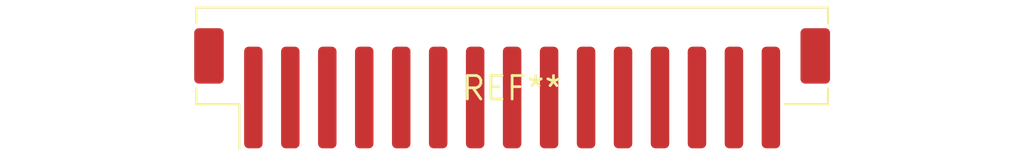
<source format=kicad_pcb>
(kicad_pcb (version 20240108) (generator pcbnew)
  (layers (0 "F.Cu" signal) (31 "B.Cu" signal) (34 "B.Paste" user) (35 "F.Paste" user) (36 "B.SilkS" user "B.Silkscreen") (37 "F.SilkS" user "F.Silkscreen") (38 "B.Mask" user) (39 "F.Mask" user) (44 "Edge.Cuts" user))
  (net 0 "")
  (footprint "JST_PH_B15B-PH-SM4-TB_1x15-1MP_P2.00mm_Vertical" (layer "F.Cu") (at 0 0)
    (property "Reference" "REF**")
    (property "Value" "JST_PH_B15B-PH-SM4-TB_1x15-1MP_P2.00mm_Vertical")
    (fp_line (start -17.085 -4.36) (end 17.085 -4.36) (layer "F.SilkS") (stroke (width 0.12)))
    (fp_line (start -17.085 -3.51) (end -17.085 -4.36) (layer "F.SilkS") (stroke (width 0.12)))
    (fp_line (start -17.085 0.01) (end -17.085 0.86) (layer "F.SilkS") (stroke (width 0.12)))
    (fp_line (start -17.085 0.86) (end -14.76 0.86) (layer "F.SilkS") (stroke (width 0.12)))
    (fp_line (start -14.76 0.86) (end -14.76 3.25) (layer "F.SilkS") (stroke (width 0.12)))
    (fp_line (start 17.085 -4.36) (end 17.085 -3.51) (layer "F.SilkS") (stroke (width 0.12)))
    (fp_line (start 17.085 0.01) (end 17.085 0.86) (layer "F.SilkS") (stroke (width 0.12)))
    (fp_line (start 17.085 0.86) (end 14.76 0.86) (layer "F.SilkS") (stroke (width 0.12)))
    (pad "1" smd roundrect (at -14 0.5) (size 1 5.5) (layers "F.Cu" "F.Paste" "F.Mask"))
    (pad "2" smd roundrect (at -12 0.5) (size 1 5.5) (layers "F.Cu" "F.Paste" "F.Mask"))
    (pad "3" smd roundrect (at -10 0.5) (size 1 5.5) (layers "F.Cu" "F.Paste" "F.Mask"))
    (pad "4" smd roundrect (at -8 0.5) (size 1 5.5) (layers "F.Cu" "F.Paste" "F.Mask"))
    (pad "5" smd roundrect (at -6 0.5) (size 1 5.5) (layers "F.Cu" "F.Paste" "F.Mask"))
    (pad "6" smd roundrect (at -4 0.5) (size 1 5.5) (layers "F.Cu" "F.Paste" "F.Mask"))
    (pad "7" smd roundrect (at -2 0.5) (size 1 5.5) (layers "F.Cu" "F.Paste" "F.Mask"))
    (pad "8" smd roundrect (at 0 0.5) (size 1 5.5) (layers "F.Cu" "F.Paste" "F.Mask"))
    (pad "9" smd roundrect (at 2 0.5) (size 1 5.5) (layers "F.Cu" "F.Paste" "F.Mask"))
    (pad "10" smd roundrect (at 4 0.5) (size 1 5.5) (layers "F.Cu" "F.Paste" "F.Mask"))
    (pad "11" smd roundrect (at 6 0.5) (size 1 5.5) (layers "F.Cu" "F.Paste" "F.Mask"))
    (pad "12" smd roundrect (at 8 0.5) (size 1 5.5) (layers "F.Cu" "F.Paste" "F.Mask"))
    (pad "13" smd roundrect (at 10 0.5) (size 1 5.5) (layers "F.Cu" "F.Paste" "F.Mask"))
    (pad "14" smd roundrect (at 12 0.5) (size 1 5.5) (layers "F.Cu" "F.Paste" "F.Mask"))
    (pad "15" smd roundrect (at 14 0.5) (size 1 5.5) (layers "F.Cu" "F.Paste" "F.Mask"))
    (pad "MP" smd roundrect (at -16.4 -1.75) (size 1.6 3) (layers "F.Cu" "F.Paste" "F.Mask") (roundrect_rratio 0.15625))
    (pad "MP" smd roundrect (at 16.4 -1.75) (size 1.6 3) (layers "F.Cu" "F.Paste" "F.Mask") (roundrect_rratio 0.15625))
  )
)
</source>
